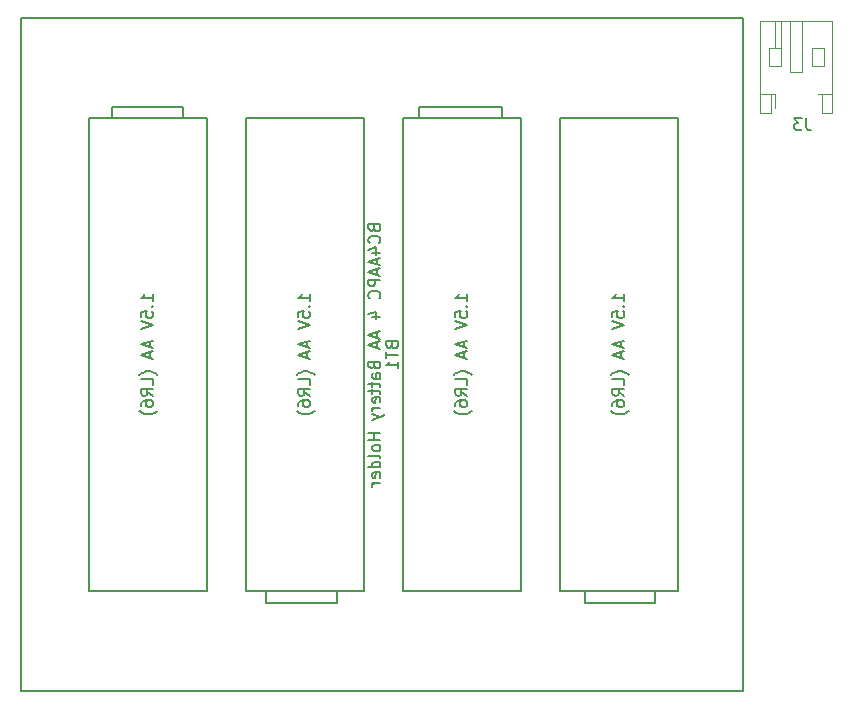
<source format=gbr>
G04 #@! TF.FileFunction,Legend,Bot*
%FSLAX46Y46*%
G04 Gerber Fmt 4.6, Leading zero omitted, Abs format (unit mm)*
G04 Created by KiCad (PCBNEW 4.0.7) date Friday, July 13, 2018 'AMt' 11:01:13 AM*
%MOMM*%
%LPD*%
G01*
G04 APERTURE LIST*
%ADD10C,0.100000*%
%ADD11C,0.150000*%
%ADD12C,0.120000*%
G04 APERTURE END LIST*
D10*
D11*
X132900000Y-143070000D02*
X132900000Y-86070000D01*
X71800000Y-143070000D02*
X132900000Y-143070000D01*
X71800000Y-86070000D02*
X71800000Y-143070000D01*
X132900000Y-86070000D02*
X71800000Y-86070000D01*
X105500000Y-93570000D02*
X105500000Y-94570000D01*
X112500000Y-93570000D02*
X105500000Y-93570000D01*
X112500000Y-94570000D02*
X112500000Y-93570000D01*
X119500000Y-135570000D02*
X119500000Y-134570000D01*
X125500000Y-135570000D02*
X119500000Y-135570000D01*
X125500000Y-134570000D02*
X125500000Y-135570000D01*
X92500000Y-135570000D02*
X92500000Y-134570000D01*
X98500000Y-135570000D02*
X92500000Y-135570000D01*
X98500000Y-134570000D02*
X98500000Y-135570000D01*
X79500000Y-93570000D02*
X79500000Y-94570000D01*
X85500000Y-93570000D02*
X79500000Y-93570000D01*
X85500000Y-94570000D02*
X85500000Y-93570000D01*
X87500000Y-134570000D02*
X87500000Y-94570000D01*
X77500000Y-94570000D02*
X77500000Y-134570000D01*
X87500000Y-94570000D02*
X77500000Y-94570000D01*
X77500000Y-134570000D02*
X87500000Y-134570000D01*
X90800000Y-134570000D02*
X100800000Y-134570000D01*
X104100000Y-134570000D02*
X114100000Y-134570000D01*
X117400000Y-134570000D02*
X127400000Y-134570000D01*
X100800000Y-134570000D02*
X100800000Y-94570000D01*
X114100000Y-134570000D02*
X114100000Y-94570000D01*
X127400000Y-134570000D02*
X127400000Y-94570000D01*
X90800000Y-94570000D02*
X90800000Y-134570000D01*
X104100000Y-94570000D02*
X104100000Y-134570000D01*
X117400000Y-94570000D02*
X117400000Y-134570000D01*
X100800000Y-94570000D02*
X90800000Y-94570000D01*
X114100000Y-94570000D02*
X104100000Y-94570000D01*
X127400000Y-94570000D02*
X117400000Y-94570000D01*
D12*
X136930000Y-86320000D02*
X136930000Y-90670000D01*
X136930000Y-90670000D02*
X137930000Y-90670000D01*
X137930000Y-90670000D02*
X137930000Y-86320000D01*
X135630000Y-92520000D02*
X135280000Y-92520000D01*
X135280000Y-92520000D02*
X135280000Y-94120000D01*
X135280000Y-94120000D02*
X134380000Y-94120000D01*
X134380000Y-94120000D02*
X134380000Y-86320000D01*
X134380000Y-86320000D02*
X140480000Y-86320000D01*
X140480000Y-86320000D02*
X140480000Y-94120000D01*
X140480000Y-94120000D02*
X139580000Y-94120000D01*
X139580000Y-94120000D02*
X139580000Y-92520000D01*
X139580000Y-92520000D02*
X139230000Y-92520000D01*
X134380000Y-92520000D02*
X135280000Y-92520000D01*
X140480000Y-92520000D02*
X139580000Y-92520000D01*
X135130000Y-90170000D02*
X135130000Y-88570000D01*
X135130000Y-88570000D02*
X136130000Y-88570000D01*
X136130000Y-88570000D02*
X136130000Y-90170000D01*
X136130000Y-90170000D02*
X135130000Y-90170000D01*
X139730000Y-90170000D02*
X139730000Y-88570000D01*
X139730000Y-88570000D02*
X138730000Y-88570000D01*
X138730000Y-88570000D02*
X138730000Y-90170000D01*
X138730000Y-90170000D02*
X139730000Y-90170000D01*
X136130000Y-88570000D02*
X136130000Y-86320000D01*
X135630000Y-88570000D02*
X135630000Y-86320000D01*
X135630000Y-92520000D02*
X135630000Y-93720000D01*
D11*
X103178571Y-113784286D02*
X103226190Y-113927143D01*
X103273810Y-113974762D01*
X103369048Y-114022381D01*
X103511905Y-114022381D01*
X103607143Y-113974762D01*
X103654762Y-113927143D01*
X103702381Y-113831905D01*
X103702381Y-113450952D01*
X102702381Y-113450952D01*
X102702381Y-113784286D01*
X102750000Y-113879524D01*
X102797619Y-113927143D01*
X102892857Y-113974762D01*
X102988095Y-113974762D01*
X103083333Y-113927143D01*
X103130952Y-113879524D01*
X103178571Y-113784286D01*
X103178571Y-113450952D01*
X102702381Y-114308095D02*
X102702381Y-114879524D01*
X103702381Y-114593809D02*
X102702381Y-114593809D01*
X103702381Y-115736667D02*
X103702381Y-115165238D01*
X103702381Y-115450952D02*
X102702381Y-115450952D01*
X102845238Y-115355714D01*
X102940476Y-115260476D01*
X102988095Y-115165238D01*
X101678571Y-103879522D02*
X101726190Y-104022379D01*
X101773810Y-104069998D01*
X101869048Y-104117617D01*
X102011905Y-104117617D01*
X102107143Y-104069998D01*
X102154762Y-104022379D01*
X102202381Y-103927141D01*
X102202381Y-103546188D01*
X101202381Y-103546188D01*
X101202381Y-103879522D01*
X101250000Y-103974760D01*
X101297619Y-104022379D01*
X101392857Y-104069998D01*
X101488095Y-104069998D01*
X101583333Y-104022379D01*
X101630952Y-103974760D01*
X101678571Y-103879522D01*
X101678571Y-103546188D01*
X102107143Y-105117617D02*
X102154762Y-105069998D01*
X102202381Y-104927141D01*
X102202381Y-104831903D01*
X102154762Y-104689045D01*
X102059524Y-104593807D01*
X101964286Y-104546188D01*
X101773810Y-104498569D01*
X101630952Y-104498569D01*
X101440476Y-104546188D01*
X101345238Y-104593807D01*
X101250000Y-104689045D01*
X101202381Y-104831903D01*
X101202381Y-104927141D01*
X101250000Y-105069998D01*
X101297619Y-105117617D01*
X101535714Y-105974760D02*
X102202381Y-105974760D01*
X101154762Y-105736664D02*
X101869048Y-105498569D01*
X101869048Y-106117617D01*
X101916667Y-106450950D02*
X101916667Y-106927141D01*
X102202381Y-106355712D02*
X101202381Y-106689045D01*
X102202381Y-107022379D01*
X101916667Y-107308093D02*
X101916667Y-107784284D01*
X102202381Y-107212855D02*
X101202381Y-107546188D01*
X102202381Y-107879522D01*
X102202381Y-108212855D02*
X101202381Y-108212855D01*
X101202381Y-108593808D01*
X101250000Y-108689046D01*
X101297619Y-108736665D01*
X101392857Y-108784284D01*
X101535714Y-108784284D01*
X101630952Y-108736665D01*
X101678571Y-108689046D01*
X101726190Y-108593808D01*
X101726190Y-108212855D01*
X102107143Y-109784284D02*
X102154762Y-109736665D01*
X102202381Y-109593808D01*
X102202381Y-109498570D01*
X102154762Y-109355712D01*
X102059524Y-109260474D01*
X101964286Y-109212855D01*
X101773810Y-109165236D01*
X101630952Y-109165236D01*
X101440476Y-109212855D01*
X101345238Y-109260474D01*
X101250000Y-109355712D01*
X101202381Y-109498570D01*
X101202381Y-109593808D01*
X101250000Y-109736665D01*
X101297619Y-109784284D01*
X101535714Y-111403332D02*
X102202381Y-111403332D01*
X101154762Y-111165236D02*
X101869048Y-110927141D01*
X101869048Y-111546189D01*
X101916667Y-112641427D02*
X101916667Y-113117618D01*
X102202381Y-112546189D02*
X101202381Y-112879522D01*
X102202381Y-113212856D01*
X101916667Y-113498570D02*
X101916667Y-113974761D01*
X102202381Y-113403332D02*
X101202381Y-113736665D01*
X102202381Y-114069999D01*
X101678571Y-115498571D02*
X101726190Y-115641428D01*
X101773810Y-115689047D01*
X101869048Y-115736666D01*
X102011905Y-115736666D01*
X102107143Y-115689047D01*
X102154762Y-115641428D01*
X102202381Y-115546190D01*
X102202381Y-115165237D01*
X101202381Y-115165237D01*
X101202381Y-115498571D01*
X101250000Y-115593809D01*
X101297619Y-115641428D01*
X101392857Y-115689047D01*
X101488095Y-115689047D01*
X101583333Y-115641428D01*
X101630952Y-115593809D01*
X101678571Y-115498571D01*
X101678571Y-115165237D01*
X102202381Y-116593809D02*
X101678571Y-116593809D01*
X101583333Y-116546190D01*
X101535714Y-116450952D01*
X101535714Y-116260475D01*
X101583333Y-116165237D01*
X102154762Y-116593809D02*
X102202381Y-116498571D01*
X102202381Y-116260475D01*
X102154762Y-116165237D01*
X102059524Y-116117618D01*
X101964286Y-116117618D01*
X101869048Y-116165237D01*
X101821429Y-116260475D01*
X101821429Y-116498571D01*
X101773810Y-116593809D01*
X101535714Y-116927142D02*
X101535714Y-117308094D01*
X101202381Y-117069999D02*
X102059524Y-117069999D01*
X102154762Y-117117618D01*
X102202381Y-117212856D01*
X102202381Y-117308094D01*
X101535714Y-117498571D02*
X101535714Y-117879523D01*
X101202381Y-117641428D02*
X102059524Y-117641428D01*
X102154762Y-117689047D01*
X102202381Y-117784285D01*
X102202381Y-117879523D01*
X102154762Y-118593810D02*
X102202381Y-118498572D01*
X102202381Y-118308095D01*
X102154762Y-118212857D01*
X102059524Y-118165238D01*
X101678571Y-118165238D01*
X101583333Y-118212857D01*
X101535714Y-118308095D01*
X101535714Y-118498572D01*
X101583333Y-118593810D01*
X101678571Y-118641429D01*
X101773810Y-118641429D01*
X101869048Y-118165238D01*
X102202381Y-119070000D02*
X101535714Y-119070000D01*
X101726190Y-119070000D02*
X101630952Y-119117619D01*
X101583333Y-119165238D01*
X101535714Y-119260476D01*
X101535714Y-119355715D01*
X101535714Y-119593810D02*
X102202381Y-119831905D01*
X101535714Y-120070001D02*
X102202381Y-119831905D01*
X102440476Y-119736667D01*
X102488095Y-119689048D01*
X102535714Y-119593810D01*
X102202381Y-121212858D02*
X101202381Y-121212858D01*
X101678571Y-121212858D02*
X101678571Y-121784287D01*
X102202381Y-121784287D02*
X101202381Y-121784287D01*
X102202381Y-122403334D02*
X102154762Y-122308096D01*
X102107143Y-122260477D01*
X102011905Y-122212858D01*
X101726190Y-122212858D01*
X101630952Y-122260477D01*
X101583333Y-122308096D01*
X101535714Y-122403334D01*
X101535714Y-122546192D01*
X101583333Y-122641430D01*
X101630952Y-122689049D01*
X101726190Y-122736668D01*
X102011905Y-122736668D01*
X102107143Y-122689049D01*
X102154762Y-122641430D01*
X102202381Y-122546192D01*
X102202381Y-122403334D01*
X102202381Y-123308096D02*
X102154762Y-123212858D01*
X102059524Y-123165239D01*
X101202381Y-123165239D01*
X102202381Y-124117621D02*
X101202381Y-124117621D01*
X102154762Y-124117621D02*
X102202381Y-124022383D01*
X102202381Y-123831906D01*
X102154762Y-123736668D01*
X102107143Y-123689049D01*
X102011905Y-123641430D01*
X101726190Y-123641430D01*
X101630952Y-123689049D01*
X101583333Y-123736668D01*
X101535714Y-123831906D01*
X101535714Y-124022383D01*
X101583333Y-124117621D01*
X102154762Y-124974764D02*
X102202381Y-124879526D01*
X102202381Y-124689049D01*
X102154762Y-124593811D01*
X102059524Y-124546192D01*
X101678571Y-124546192D01*
X101583333Y-124593811D01*
X101535714Y-124689049D01*
X101535714Y-124879526D01*
X101583333Y-124974764D01*
X101678571Y-125022383D01*
X101773810Y-125022383D01*
X101869048Y-124546192D01*
X102202381Y-125450954D02*
X101535714Y-125450954D01*
X101726190Y-125450954D02*
X101630952Y-125498573D01*
X101583333Y-125546192D01*
X101535714Y-125641430D01*
X101535714Y-125736669D01*
X82952381Y-110046190D02*
X82952381Y-109474761D01*
X82952381Y-109760475D02*
X81952381Y-109760475D01*
X82095238Y-109665237D01*
X82190476Y-109569999D01*
X82238095Y-109474761D01*
X82857143Y-110474761D02*
X82904762Y-110522380D01*
X82952381Y-110474761D01*
X82904762Y-110427142D01*
X82857143Y-110474761D01*
X82952381Y-110474761D01*
X81952381Y-111427142D02*
X81952381Y-110950951D01*
X82428571Y-110903332D01*
X82380952Y-110950951D01*
X82333333Y-111046189D01*
X82333333Y-111284285D01*
X82380952Y-111379523D01*
X82428571Y-111427142D01*
X82523810Y-111474761D01*
X82761905Y-111474761D01*
X82857143Y-111427142D01*
X82904762Y-111379523D01*
X82952381Y-111284285D01*
X82952381Y-111046189D01*
X82904762Y-110950951D01*
X82857143Y-110903332D01*
X81952381Y-111760475D02*
X82952381Y-112093808D01*
X81952381Y-112427142D01*
X82666667Y-113474761D02*
X82666667Y-113950952D01*
X82952381Y-113379523D02*
X81952381Y-113712856D01*
X82952381Y-114046190D01*
X82666667Y-114331904D02*
X82666667Y-114808095D01*
X82952381Y-114236666D02*
X81952381Y-114569999D01*
X82952381Y-114903333D01*
X83333333Y-116284286D02*
X83285714Y-116236666D01*
X83142857Y-116141428D01*
X83047619Y-116093809D01*
X82904762Y-116046190D01*
X82666667Y-115998571D01*
X82476190Y-115998571D01*
X82238095Y-116046190D01*
X82095238Y-116093809D01*
X82000000Y-116141428D01*
X81857143Y-116236666D01*
X81809524Y-116284286D01*
X82952381Y-117141429D02*
X82952381Y-116665238D01*
X81952381Y-116665238D01*
X82952381Y-118046191D02*
X82476190Y-117712857D01*
X82952381Y-117474762D02*
X81952381Y-117474762D01*
X81952381Y-117855715D01*
X82000000Y-117950953D01*
X82047619Y-117998572D01*
X82142857Y-118046191D01*
X82285714Y-118046191D01*
X82380952Y-117998572D01*
X82428571Y-117950953D01*
X82476190Y-117855715D01*
X82476190Y-117474762D01*
X81952381Y-118903334D02*
X81952381Y-118712857D01*
X82000000Y-118617619D01*
X82047619Y-118570000D01*
X82190476Y-118474762D01*
X82380952Y-118427143D01*
X82761905Y-118427143D01*
X82857143Y-118474762D01*
X82904762Y-118522381D01*
X82952381Y-118617619D01*
X82952381Y-118808096D01*
X82904762Y-118903334D01*
X82857143Y-118950953D01*
X82761905Y-118998572D01*
X82523810Y-118998572D01*
X82428571Y-118950953D01*
X82380952Y-118903334D01*
X82333333Y-118808096D01*
X82333333Y-118617619D01*
X82380952Y-118522381D01*
X82428571Y-118474762D01*
X82523810Y-118427143D01*
X83333333Y-119331905D02*
X83285714Y-119379524D01*
X83142857Y-119474762D01*
X83047619Y-119522381D01*
X82904762Y-119570000D01*
X82666667Y-119617619D01*
X82476190Y-119617619D01*
X82238095Y-119570000D01*
X82095238Y-119522381D01*
X82000000Y-119474762D01*
X81857143Y-119379524D01*
X81809524Y-119331905D01*
X96252381Y-110046190D02*
X96252381Y-109474761D01*
X96252381Y-109760475D02*
X95252381Y-109760475D01*
X95395238Y-109665237D01*
X95490476Y-109569999D01*
X95538095Y-109474761D01*
X96157143Y-110474761D02*
X96204762Y-110522380D01*
X96252381Y-110474761D01*
X96204762Y-110427142D01*
X96157143Y-110474761D01*
X96252381Y-110474761D01*
X95252381Y-111427142D02*
X95252381Y-110950951D01*
X95728571Y-110903332D01*
X95680952Y-110950951D01*
X95633333Y-111046189D01*
X95633333Y-111284285D01*
X95680952Y-111379523D01*
X95728571Y-111427142D01*
X95823810Y-111474761D01*
X96061905Y-111474761D01*
X96157143Y-111427142D01*
X96204762Y-111379523D01*
X96252381Y-111284285D01*
X96252381Y-111046189D01*
X96204762Y-110950951D01*
X96157143Y-110903332D01*
X95252381Y-111760475D02*
X96252381Y-112093808D01*
X95252381Y-112427142D01*
X95966667Y-113474761D02*
X95966667Y-113950952D01*
X96252381Y-113379523D02*
X95252381Y-113712856D01*
X96252381Y-114046190D01*
X95966667Y-114331904D02*
X95966667Y-114808095D01*
X96252381Y-114236666D02*
X95252381Y-114569999D01*
X96252381Y-114903333D01*
X96633333Y-116284286D02*
X96585714Y-116236666D01*
X96442857Y-116141428D01*
X96347619Y-116093809D01*
X96204762Y-116046190D01*
X95966667Y-115998571D01*
X95776190Y-115998571D01*
X95538095Y-116046190D01*
X95395238Y-116093809D01*
X95300000Y-116141428D01*
X95157143Y-116236666D01*
X95109524Y-116284286D01*
X96252381Y-117141429D02*
X96252381Y-116665238D01*
X95252381Y-116665238D01*
X96252381Y-118046191D02*
X95776190Y-117712857D01*
X96252381Y-117474762D02*
X95252381Y-117474762D01*
X95252381Y-117855715D01*
X95300000Y-117950953D01*
X95347619Y-117998572D01*
X95442857Y-118046191D01*
X95585714Y-118046191D01*
X95680952Y-117998572D01*
X95728571Y-117950953D01*
X95776190Y-117855715D01*
X95776190Y-117474762D01*
X95252381Y-118903334D02*
X95252381Y-118712857D01*
X95300000Y-118617619D01*
X95347619Y-118570000D01*
X95490476Y-118474762D01*
X95680952Y-118427143D01*
X96061905Y-118427143D01*
X96157143Y-118474762D01*
X96204762Y-118522381D01*
X96252381Y-118617619D01*
X96252381Y-118808096D01*
X96204762Y-118903334D01*
X96157143Y-118950953D01*
X96061905Y-118998572D01*
X95823810Y-118998572D01*
X95728571Y-118950953D01*
X95680952Y-118903334D01*
X95633333Y-118808096D01*
X95633333Y-118617619D01*
X95680952Y-118522381D01*
X95728571Y-118474762D01*
X95823810Y-118427143D01*
X96633333Y-119331905D02*
X96585714Y-119379524D01*
X96442857Y-119474762D01*
X96347619Y-119522381D01*
X96204762Y-119570000D01*
X95966667Y-119617619D01*
X95776190Y-119617619D01*
X95538095Y-119570000D01*
X95395238Y-119522381D01*
X95300000Y-119474762D01*
X95157143Y-119379524D01*
X95109524Y-119331905D01*
X109552381Y-110046190D02*
X109552381Y-109474761D01*
X109552381Y-109760475D02*
X108552381Y-109760475D01*
X108695238Y-109665237D01*
X108790476Y-109569999D01*
X108838095Y-109474761D01*
X109457143Y-110474761D02*
X109504762Y-110522380D01*
X109552381Y-110474761D01*
X109504762Y-110427142D01*
X109457143Y-110474761D01*
X109552381Y-110474761D01*
X108552381Y-111427142D02*
X108552381Y-110950951D01*
X109028571Y-110903332D01*
X108980952Y-110950951D01*
X108933333Y-111046189D01*
X108933333Y-111284285D01*
X108980952Y-111379523D01*
X109028571Y-111427142D01*
X109123810Y-111474761D01*
X109361905Y-111474761D01*
X109457143Y-111427142D01*
X109504762Y-111379523D01*
X109552381Y-111284285D01*
X109552381Y-111046189D01*
X109504762Y-110950951D01*
X109457143Y-110903332D01*
X108552381Y-111760475D02*
X109552381Y-112093808D01*
X108552381Y-112427142D01*
X109266667Y-113474761D02*
X109266667Y-113950952D01*
X109552381Y-113379523D02*
X108552381Y-113712856D01*
X109552381Y-114046190D01*
X109266667Y-114331904D02*
X109266667Y-114808095D01*
X109552381Y-114236666D02*
X108552381Y-114569999D01*
X109552381Y-114903333D01*
X109933333Y-116284286D02*
X109885714Y-116236666D01*
X109742857Y-116141428D01*
X109647619Y-116093809D01*
X109504762Y-116046190D01*
X109266667Y-115998571D01*
X109076190Y-115998571D01*
X108838095Y-116046190D01*
X108695238Y-116093809D01*
X108600000Y-116141428D01*
X108457143Y-116236666D01*
X108409524Y-116284286D01*
X109552381Y-117141429D02*
X109552381Y-116665238D01*
X108552381Y-116665238D01*
X109552381Y-118046191D02*
X109076190Y-117712857D01*
X109552381Y-117474762D02*
X108552381Y-117474762D01*
X108552381Y-117855715D01*
X108600000Y-117950953D01*
X108647619Y-117998572D01*
X108742857Y-118046191D01*
X108885714Y-118046191D01*
X108980952Y-117998572D01*
X109028571Y-117950953D01*
X109076190Y-117855715D01*
X109076190Y-117474762D01*
X108552381Y-118903334D02*
X108552381Y-118712857D01*
X108600000Y-118617619D01*
X108647619Y-118570000D01*
X108790476Y-118474762D01*
X108980952Y-118427143D01*
X109361905Y-118427143D01*
X109457143Y-118474762D01*
X109504762Y-118522381D01*
X109552381Y-118617619D01*
X109552381Y-118808096D01*
X109504762Y-118903334D01*
X109457143Y-118950953D01*
X109361905Y-118998572D01*
X109123810Y-118998572D01*
X109028571Y-118950953D01*
X108980952Y-118903334D01*
X108933333Y-118808096D01*
X108933333Y-118617619D01*
X108980952Y-118522381D01*
X109028571Y-118474762D01*
X109123810Y-118427143D01*
X109933333Y-119331905D02*
X109885714Y-119379524D01*
X109742857Y-119474762D01*
X109647619Y-119522381D01*
X109504762Y-119570000D01*
X109266667Y-119617619D01*
X109076190Y-119617619D01*
X108838095Y-119570000D01*
X108695238Y-119522381D01*
X108600000Y-119474762D01*
X108457143Y-119379524D01*
X108409524Y-119331905D01*
X122852381Y-110046190D02*
X122852381Y-109474761D01*
X122852381Y-109760475D02*
X121852381Y-109760475D01*
X121995238Y-109665237D01*
X122090476Y-109569999D01*
X122138095Y-109474761D01*
X122757143Y-110474761D02*
X122804762Y-110522380D01*
X122852381Y-110474761D01*
X122804762Y-110427142D01*
X122757143Y-110474761D01*
X122852381Y-110474761D01*
X121852381Y-111427142D02*
X121852381Y-110950951D01*
X122328571Y-110903332D01*
X122280952Y-110950951D01*
X122233333Y-111046189D01*
X122233333Y-111284285D01*
X122280952Y-111379523D01*
X122328571Y-111427142D01*
X122423810Y-111474761D01*
X122661905Y-111474761D01*
X122757143Y-111427142D01*
X122804762Y-111379523D01*
X122852381Y-111284285D01*
X122852381Y-111046189D01*
X122804762Y-110950951D01*
X122757143Y-110903332D01*
X121852381Y-111760475D02*
X122852381Y-112093808D01*
X121852381Y-112427142D01*
X122566667Y-113474761D02*
X122566667Y-113950952D01*
X122852381Y-113379523D02*
X121852381Y-113712856D01*
X122852381Y-114046190D01*
X122566667Y-114331904D02*
X122566667Y-114808095D01*
X122852381Y-114236666D02*
X121852381Y-114569999D01*
X122852381Y-114903333D01*
X123233333Y-116284286D02*
X123185714Y-116236666D01*
X123042857Y-116141428D01*
X122947619Y-116093809D01*
X122804762Y-116046190D01*
X122566667Y-115998571D01*
X122376190Y-115998571D01*
X122138095Y-116046190D01*
X121995238Y-116093809D01*
X121900000Y-116141428D01*
X121757143Y-116236666D01*
X121709524Y-116284286D01*
X122852381Y-117141429D02*
X122852381Y-116665238D01*
X121852381Y-116665238D01*
X122852381Y-118046191D02*
X122376190Y-117712857D01*
X122852381Y-117474762D02*
X121852381Y-117474762D01*
X121852381Y-117855715D01*
X121900000Y-117950953D01*
X121947619Y-117998572D01*
X122042857Y-118046191D01*
X122185714Y-118046191D01*
X122280952Y-117998572D01*
X122328571Y-117950953D01*
X122376190Y-117855715D01*
X122376190Y-117474762D01*
X121852381Y-118903334D02*
X121852381Y-118712857D01*
X121900000Y-118617619D01*
X121947619Y-118570000D01*
X122090476Y-118474762D01*
X122280952Y-118427143D01*
X122661905Y-118427143D01*
X122757143Y-118474762D01*
X122804762Y-118522381D01*
X122852381Y-118617619D01*
X122852381Y-118808096D01*
X122804762Y-118903334D01*
X122757143Y-118950953D01*
X122661905Y-118998572D01*
X122423810Y-118998572D01*
X122328571Y-118950953D01*
X122280952Y-118903334D01*
X122233333Y-118808096D01*
X122233333Y-118617619D01*
X122280952Y-118522381D01*
X122328571Y-118474762D01*
X122423810Y-118427143D01*
X123233333Y-119331905D02*
X123185714Y-119379524D01*
X123042857Y-119474762D01*
X122947619Y-119522381D01*
X122804762Y-119570000D01*
X122566667Y-119617619D01*
X122376190Y-119617619D01*
X122138095Y-119570000D01*
X121995238Y-119522381D01*
X121900000Y-119474762D01*
X121757143Y-119379524D01*
X121709524Y-119331905D01*
X138263333Y-94572381D02*
X138263333Y-95286667D01*
X138310953Y-95429524D01*
X138406191Y-95524762D01*
X138549048Y-95572381D01*
X138644286Y-95572381D01*
X137882381Y-94572381D02*
X137263333Y-94572381D01*
X137596667Y-94953333D01*
X137453809Y-94953333D01*
X137358571Y-95000952D01*
X137310952Y-95048571D01*
X137263333Y-95143810D01*
X137263333Y-95381905D01*
X137310952Y-95477143D01*
X137358571Y-95524762D01*
X137453809Y-95572381D01*
X137739524Y-95572381D01*
X137834762Y-95524762D01*
X137882381Y-95477143D01*
M02*

</source>
